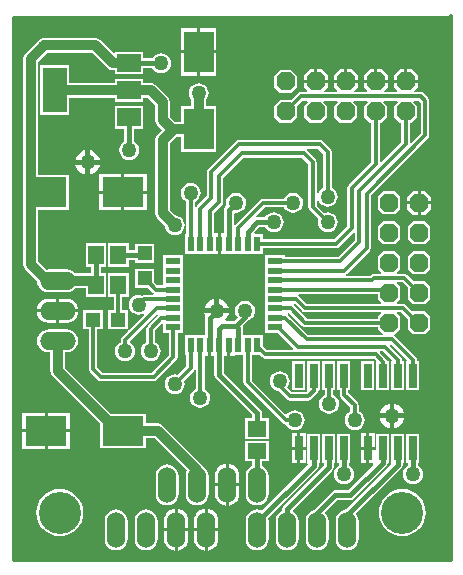
<source format=gtl>
%FSLAX44Y44*%
%MOMM*%
G71*
G01*
G75*
G04 Layer_Physical_Order=1*
G04 Layer_Color=255*
%ADD10R,1.6002X1.3208*%
%ADD11R,2.0066X3.8100*%
%ADD12R,2.0066X1.5240*%
%ADD13R,1.2192X1.2192*%
%ADD14R,0.6604X2.0320*%
%ADD15R,3.5052X2.5146*%
%ADD16R,1.2192X1.2192*%
%ADD17R,1.3208X1.6002*%
%ADD18R,2.5146X3.5052*%
%ADD19R,1.2700X0.5588*%
%ADD20R,0.5588X1.2700*%
%ADD21C,0.4060*%
%ADD22C,0.4064*%
%ADD23C,0.3048*%
%ADD24C,0.3050*%
%ADD25C,0.8128*%
%ADD26C,0.2540*%
%ADD27C,3.5560*%
G04:AMPARAMS|DCode=28|XSize=1.524mm|YSize=1.524mm|CornerRadius=0mm|HoleSize=0mm|Usage=FLASHONLY|Rotation=270.000|XOffset=0mm|YOffset=0mm|HoleType=Round|Shape=Octagon|*
%AMOCTAGOND28*
4,1,8,-0.3810,-0.7620,0.3810,-0.7620,0.7620,-0.3810,0.7620,0.3810,0.3810,0.7620,-0.3810,0.7620,-0.7620,0.3810,-0.7620,-0.3810,-0.3810,-0.7620,0.0*
%
%ADD28OCTAGOND28*%

%ADD29O,1.5240X3.0480*%
%ADD30O,3.0480X1.5240*%
G04:AMPARAMS|DCode=31|XSize=1.524mm|YSize=1.524mm|CornerRadius=0mm|HoleSize=0mm|Usage=FLASHONLY|Rotation=0.000|XOffset=0mm|YOffset=0mm|HoleType=Round|Shape=Octagon|*
%AMOCTAGOND31*
4,1,8,0.7620,-0.3810,0.7620,0.3810,0.3810,0.7620,-0.3810,0.7620,-0.7620,0.3810,-0.7620,-0.3810,-0.3810,-0.7620,0.3810,-0.7620,0.7620,-0.3810,0.0*
%
%ADD31OCTAGOND31*%

%ADD32C,1.2700*%
G36*
X370000Y-0D02*
X370000Y-0D01*
X-0D01*
X-0Y458730D01*
X1270Y460000D01*
X370000D01*
Y-0D01*
D02*
G37*
%LPC*%
G36*
X241011Y106946D02*
X236439D01*
Y95516D01*
X241011D01*
Y106946D01*
D02*
G37*
G36*
X48526Y107950D02*
X29730D01*
Y94107D01*
X48526D01*
Y107950D01*
D02*
G37*
G36*
X248123Y106946D02*
X243551D01*
Y95516D01*
X248123D01*
Y106946D01*
D02*
G37*
G36*
X306543D02*
X301971D01*
Y95516D01*
X306543D01*
Y106946D01*
D02*
G37*
G36*
X299431D02*
X294859D01*
Y95516D01*
X299431D01*
Y106946D01*
D02*
G37*
G36*
X27190Y107950D02*
X8394D01*
Y94107D01*
X27190D01*
Y107950D01*
D02*
G37*
G36*
X248123Y92976D02*
X243551D01*
Y81546D01*
X248123D01*
Y92976D01*
D02*
G37*
G36*
X241011D02*
X236439D01*
Y81546D01*
X241011D01*
Y92976D01*
D02*
G37*
G36*
X299431D02*
X294859D01*
Y81546D01*
X299431D01*
Y92976D01*
D02*
G37*
G36*
X318735Y106438D02*
X308067D01*
Y83802D01*
X307813Y83633D01*
X306543Y84312D01*
Y92976D01*
X301971D01*
Y81546D01*
X305030D01*
X305556Y80276D01*
X284034Y58754D01*
X273050D01*
X271464Y58438D01*
X270120Y57540D01*
X254880Y42300D01*
X254837Y42236D01*
X252942Y41451D01*
X250926Y39904D01*
X249379Y37888D01*
X248406Y35540D01*
X248075Y33020D01*
Y17780D01*
X248406Y15260D01*
X249379Y12912D01*
X250926Y10896D01*
X252942Y9349D01*
X255290Y8376D01*
X257810Y8045D01*
X260330Y8376D01*
X262678Y9349D01*
X264694Y10896D01*
X266241Y12912D01*
X267214Y15260D01*
X267545Y17780D01*
Y33020D01*
X267214Y35540D01*
X266241Y37888D01*
X264694Y39904D01*
X264664Y40364D01*
X274766Y50466D01*
X285750D01*
X287336Y50782D01*
X288680Y51680D01*
X316331Y79331D01*
X317229Y80675D01*
X317504Y82054D01*
X318735D01*
Y106438D01*
D02*
G37*
G36*
X331435D02*
X320767D01*
Y82054D01*
X320767Y82054D01*
X320767D01*
X320532Y80822D01*
X282353Y42642D01*
X280690Y42424D01*
X278342Y41451D01*
X276326Y39904D01*
X274779Y37888D01*
X273806Y35540D01*
X273475Y33020D01*
Y17780D01*
X273806Y15260D01*
X274779Y12912D01*
X276326Y10896D01*
X278342Y9349D01*
X280690Y8376D01*
X283210Y8045D01*
X285730Y8376D01*
X288078Y9349D01*
X290094Y10896D01*
X291641Y12912D01*
X292614Y15260D01*
X292945Y17780D01*
Y33020D01*
X292614Y35540D01*
X291641Y37888D01*
X290633Y39202D01*
X329031Y77600D01*
X329929Y78945D01*
X330245Y80530D01*
Y82054D01*
X331435D01*
Y106438D01*
D02*
G37*
G36*
X323342Y132156D02*
Y123952D01*
X331546D01*
X331456Y124639D01*
X330407Y127172D01*
X328737Y129347D01*
X326562Y131017D01*
X324029Y132066D01*
X323342Y132156D01*
D02*
G37*
G36*
X319278D02*
X318591Y132066D01*
X316058Y131017D01*
X313883Y129347D01*
X312213Y127172D01*
X311164Y124639D01*
X311074Y123952D01*
X319278D01*
Y132156D01*
D02*
G37*
G36*
X247615Y167906D02*
X236947D01*
Y143522D01*
X247615D01*
Y167906D01*
D02*
G37*
G36*
X260315D02*
X249647D01*
Y143522D01*
X249647Y143522D01*
X249647D01*
X249109Y142476D01*
X248688Y142056D01*
X236452D01*
X232610Y145897D01*
X233382Y146903D01*
X234226Y148942D01*
X234514Y151130D01*
X234226Y153318D01*
X233382Y155357D01*
X232038Y157108D01*
X230287Y158452D01*
X228248Y159296D01*
X226060Y159584D01*
X223872Y159296D01*
X221833Y158452D01*
X220082Y157108D01*
X218738Y155357D01*
X217894Y153318D01*
X217606Y151130D01*
X217894Y148942D01*
X218738Y146903D01*
X220082Y145152D01*
X221833Y143808D01*
X223872Y142964D01*
X225504Y142749D01*
X232386Y135866D01*
X232386Y135866D01*
X233563Y135080D01*
X234950Y134804D01*
X234950Y134804D01*
X250190D01*
X250190Y134804D01*
X251577Y135080D01*
X252754Y135866D01*
X257545Y140657D01*
X258331Y141833D01*
X258607Y143221D01*
X259817Y143522D01*
X260315D01*
Y167906D01*
D02*
G37*
G36*
X306035D02*
X295367D01*
Y143522D01*
X306035D01*
Y167906D01*
D02*
G37*
G36*
X273015D02*
X262347D01*
Y143522D01*
X264344D01*
Y139651D01*
X263743Y139402D01*
X261992Y138058D01*
X260648Y136307D01*
X259804Y134268D01*
X259516Y132080D01*
X259804Y129892D01*
X260648Y127853D01*
X261992Y126102D01*
X263743Y124758D01*
X265782Y123914D01*
X267970Y123626D01*
X270158Y123914D01*
X272197Y124758D01*
X273948Y126102D01*
X275292Y127853D01*
X276136Y129892D01*
X276424Y132080D01*
X276136Y134268D01*
X275292Y136307D01*
X273948Y138058D01*
X272197Y139402D01*
X271596Y139651D01*
Y143522D01*
X273015D01*
Y167906D01*
D02*
G37*
G36*
X27190Y124333D02*
X8394D01*
Y110490D01*
X27190D01*
Y124333D01*
D02*
G37*
G36*
X285715Y167906D02*
X275047D01*
Y143522D01*
X277044D01*
Y139700D01*
X277044Y139700D01*
X277320Y138313D01*
X278106Y137136D01*
X285934Y129308D01*
Y125681D01*
X285333Y125432D01*
X283582Y124088D01*
X282238Y122337D01*
X281394Y120298D01*
X281106Y118110D01*
X281394Y115922D01*
X282238Y113883D01*
X283582Y112132D01*
X285333Y110788D01*
X287372Y109944D01*
X289560Y109656D01*
X291748Y109944D01*
X293787Y110788D01*
X295538Y112132D01*
X296882Y113883D01*
X297726Y115922D01*
X298014Y118110D01*
X297726Y120298D01*
X296882Y122337D01*
X295538Y124088D01*
X293787Y125432D01*
X293186Y125681D01*
Y130810D01*
X293186Y130810D01*
X292910Y132198D01*
X292124Y133374D01*
X292124Y133374D01*
X284296Y141202D01*
Y143522D01*
X285715D01*
Y167906D01*
D02*
G37*
G36*
X48526Y124333D02*
X29730D01*
Y110490D01*
X48526D01*
Y124333D01*
D02*
G37*
G36*
X331546Y119888D02*
X323342D01*
Y111684D01*
X324029Y111774D01*
X326562Y112823D01*
X328737Y114493D01*
X330407Y116668D01*
X331456Y119201D01*
X331546Y119888D01*
D02*
G37*
G36*
X319278D02*
X311074D01*
X311164Y119201D01*
X312213Y116668D01*
X313883Y114493D01*
X316058Y112823D01*
X318591Y111774D01*
X319278Y111684D01*
Y119888D01*
D02*
G37*
G36*
X182880Y81201D02*
Y64770D01*
X191858D01*
Y71120D01*
X191509Y73772D01*
X190485Y76244D01*
X188856Y78366D01*
X186734Y79995D01*
X184262Y81018D01*
X182880Y81201D01*
D02*
G37*
G36*
X40000Y59908D02*
X36116Y59525D01*
X32382Y58393D01*
X28940Y56553D01*
X25923Y54077D01*
X23447Y51060D01*
X21607Y47618D01*
X20475Y43884D01*
X20092Y40000D01*
X20475Y36116D01*
X21607Y32382D01*
X23447Y28940D01*
X25923Y25923D01*
X28940Y23447D01*
X32382Y21607D01*
X36116Y20475D01*
X40000Y20092D01*
X43884Y20475D01*
X47618Y21607D01*
X51060Y23447D01*
X54077Y25923D01*
X56553Y28940D01*
X58393Y32382D01*
X59525Y36116D01*
X59908Y40000D01*
X59525Y43884D01*
X58393Y47618D01*
X56553Y51060D01*
X54077Y54077D01*
X51060Y56553D01*
X47618Y58393D01*
X43884Y59525D01*
X40000Y59908D01*
D02*
G37*
G36*
X273015Y106438D02*
X262347D01*
Y82054D01*
X263537D01*
Y80167D01*
X229480Y46110D01*
X228582Y44766D01*
X228266Y43180D01*
Y41751D01*
X227542Y41451D01*
X225526Y39904D01*
X223979Y37888D01*
X223006Y35540D01*
X222675Y33020D01*
Y17780D01*
X223006Y15260D01*
X223979Y12912D01*
X225526Y10896D01*
X227542Y9349D01*
X229890Y8376D01*
X232410Y8045D01*
X234930Y8376D01*
X237278Y9349D01*
X239294Y10896D01*
X240841Y12912D01*
X241814Y15260D01*
X242145Y17780D01*
Y33020D01*
X241814Y35540D01*
X240841Y37888D01*
X239294Y39904D01*
X237877Y40991D01*
X237655Y42565D01*
X270611Y75521D01*
X271509Y76865D01*
X271825Y78451D01*
Y82054D01*
X273015D01*
Y106438D01*
D02*
G37*
G36*
X330000Y59908D02*
X326116Y59525D01*
X322382Y58393D01*
X318940Y56553D01*
X315923Y54077D01*
X313447Y51060D01*
X311607Y47618D01*
X310475Y43884D01*
X310092Y40000D01*
X310475Y36116D01*
X311607Y32382D01*
X313447Y28940D01*
X315923Y25923D01*
X318940Y23447D01*
X322382Y21607D01*
X326116Y20475D01*
X330000Y20092D01*
X333884Y20475D01*
X337618Y21607D01*
X341060Y23447D01*
X344077Y25923D01*
X346553Y28940D01*
X348392Y32382D01*
X349525Y36116D01*
X349908Y40000D01*
X349525Y43884D01*
X348392Y47618D01*
X346553Y51060D01*
X344077Y54077D01*
X341060Y56553D01*
X337618Y58393D01*
X333884Y59525D01*
X330000Y59908D01*
D02*
G37*
G36*
X139700Y43101D02*
Y26670D01*
X148678D01*
Y33020D01*
X148329Y35672D01*
X147305Y38144D01*
X145676Y40266D01*
X143554Y41895D01*
X141082Y42919D01*
X139700Y43101D01*
D02*
G37*
G36*
X137160D02*
X135778Y42919D01*
X133306Y41895D01*
X131184Y40266D01*
X129555Y38144D01*
X128532Y35672D01*
X128182Y33020D01*
Y26670D01*
X137160D01*
Y43101D01*
D02*
G37*
G36*
X113030Y42755D02*
X110510Y42424D01*
X108162Y41451D01*
X106146Y39904D01*
X104599Y37888D01*
X103626Y35540D01*
X103295Y33020D01*
Y17780D01*
X103626Y15260D01*
X104599Y12912D01*
X106146Y10896D01*
X108162Y9349D01*
X110510Y8376D01*
X113030Y8045D01*
X115550Y8376D01*
X117898Y9349D01*
X119914Y10896D01*
X121461Y12912D01*
X122434Y15260D01*
X122765Y17780D01*
Y33020D01*
X122434Y35540D01*
X121461Y37888D01*
X119914Y39904D01*
X117898Y41451D01*
X115550Y42424D01*
X113030Y42755D01*
D02*
G37*
G36*
X148678Y24130D02*
X139700D01*
Y7699D01*
X141082Y7882D01*
X143554Y8905D01*
X145676Y10534D01*
X147305Y12656D01*
X148329Y15128D01*
X148678Y17780D01*
Y24130D01*
D02*
G37*
G36*
X137160D02*
X128182D01*
Y17780D01*
X128532Y15128D01*
X129555Y12656D01*
X131184Y10534D01*
X133306Y8905D01*
X135778Y7882D01*
X137160Y7699D01*
Y24130D01*
D02*
G37*
G36*
X162560D02*
X153582D01*
Y17780D01*
X153932Y15128D01*
X154955Y12656D01*
X156584Y10534D01*
X158706Y8905D01*
X161178Y7882D01*
X162560Y7699D01*
Y24130D01*
D02*
G37*
G36*
X87630Y42755D02*
X85110Y42424D01*
X82762Y41451D01*
X80746Y39904D01*
X79199Y37888D01*
X78226Y35540D01*
X77895Y33020D01*
Y17780D01*
X78226Y15260D01*
X79199Y12912D01*
X80746Y10896D01*
X82762Y9349D01*
X85110Y8376D01*
X87630Y8045D01*
X90150Y8376D01*
X92498Y9349D01*
X94514Y10896D01*
X96061Y12912D01*
X97034Y15260D01*
X97365Y17780D01*
Y33020D01*
X97034Y35540D01*
X96061Y37888D01*
X94514Y39904D01*
X92498Y41451D01*
X90150Y42424D01*
X87630Y42755D01*
D02*
G37*
G36*
X174078Y24130D02*
X165100D01*
Y7699D01*
X166482Y7882D01*
X168954Y8905D01*
X171076Y10534D01*
X172705Y12656D01*
X173729Y15128D01*
X174078Y17780D01*
Y24130D01*
D02*
G37*
G36*
X217043Y100584D02*
X196977D01*
Y83312D01*
X202866D01*
Y79851D01*
X202142Y79551D01*
X200126Y78004D01*
X198579Y75988D01*
X197606Y73640D01*
X197275Y71120D01*
Y55880D01*
X197606Y53360D01*
X198579Y51012D01*
X200126Y48996D01*
X202142Y47449D01*
X204490Y46476D01*
X207010Y46145D01*
X209530Y46476D01*
X211878Y47449D01*
X213894Y48996D01*
X215441Y51012D01*
X216414Y53360D01*
X216745Y55880D01*
Y71120D01*
X216414Y73640D01*
X215441Y75988D01*
X213894Y78004D01*
X211878Y79551D01*
X211154Y79851D01*
Y83312D01*
X217043D01*
Y100584D01*
D02*
G37*
G36*
X45720Y195155D02*
X30480D01*
X27960Y194824D01*
X25612Y193851D01*
X23596Y192304D01*
X22049Y190288D01*
X21076Y187940D01*
X20745Y185420D01*
X21076Y182900D01*
X22049Y180552D01*
X23596Y178536D01*
X25612Y176989D01*
X27960Y176016D01*
X30480Y175685D01*
X31885D01*
Y160020D01*
X32279Y158036D01*
X32358Y157641D01*
X33705Y155625D01*
X73914Y115416D01*
Y94615D01*
X113030D01*
Y103005D01*
X120616D01*
X147736Y75884D01*
X146806Y73640D01*
X146475Y71120D01*
Y55880D01*
X146806Y53360D01*
X147779Y51012D01*
X149326Y48996D01*
X151342Y47449D01*
X153690Y46476D01*
X156210Y46145D01*
X158730Y46476D01*
X161078Y47449D01*
X163094Y48996D01*
X164641Y51012D01*
X165614Y53360D01*
X165945Y55880D01*
Y71120D01*
X165614Y73640D01*
X164641Y75988D01*
X163094Y78004D01*
X161539Y79197D01*
X160605Y80595D01*
X127585Y113615D01*
X125569Y114962D01*
X125174Y115041D01*
X123190Y115435D01*
X113030D01*
Y123825D01*
X83085D01*
X44315Y162595D01*
Y175685D01*
X45720D01*
X48240Y176016D01*
X50588Y176989D01*
X52604Y178536D01*
X54151Y180552D01*
X55124Y182900D01*
X55455Y185420D01*
X55124Y187940D01*
X54151Y190288D01*
X52604Y192304D01*
X50588Y193851D01*
X48240Y194824D01*
X45720Y195155D01*
D02*
G37*
G36*
X285715Y106438D02*
X275047D01*
Y82054D01*
X276526D01*
Y79746D01*
X276443Y79712D01*
X274692Y78368D01*
X273348Y76617D01*
X272504Y74578D01*
X272216Y72390D01*
X272504Y70202D01*
X273348Y68163D01*
X274692Y66412D01*
X276443Y65068D01*
X278482Y64224D01*
X280670Y63936D01*
X282858Y64224D01*
X284897Y65068D01*
X286648Y66412D01*
X287992Y68163D01*
X288836Y70202D01*
X289124Y72390D01*
X288836Y74578D01*
X287992Y76617D01*
X286648Y78368D01*
X284897Y79712D01*
X284814Y79746D01*
Y82054D01*
X285715D01*
Y106438D01*
D02*
G37*
G36*
X180340Y81201D02*
X178958Y81018D01*
X176486Y79995D01*
X174364Y78366D01*
X172735Y76244D01*
X171712Y73772D01*
X171362Y71120D01*
Y64770D01*
X180340D01*
Y81201D01*
D02*
G37*
G36*
X344135Y106438D02*
X333467D01*
Y82054D01*
X334946D01*
Y79746D01*
X334863Y79712D01*
X333112Y78368D01*
X331768Y76617D01*
X330924Y74578D01*
X330636Y72390D01*
X330924Y70202D01*
X331768Y68163D01*
X333112Y66412D01*
X334863Y65068D01*
X336902Y64224D01*
X339090Y63936D01*
X341278Y64224D01*
X343317Y65068D01*
X345068Y66412D01*
X346412Y68163D01*
X347256Y70202D01*
X347544Y72390D01*
X347256Y74578D01*
X346412Y76617D01*
X345068Y78368D01*
X343317Y79712D01*
X343234Y79746D01*
Y82054D01*
X344135D01*
Y106438D01*
D02*
G37*
G36*
X130810Y80855D02*
X128290Y80524D01*
X125942Y79551D01*
X123926Y78004D01*
X122379Y75988D01*
X121406Y73640D01*
X121075Y71120D01*
Y55880D01*
X121406Y53360D01*
X122379Y51012D01*
X123926Y48996D01*
X125942Y47449D01*
X128290Y46476D01*
X130810Y46145D01*
X133330Y46476D01*
X135678Y47449D01*
X137694Y48996D01*
X139241Y51012D01*
X140214Y53360D01*
X140545Y55880D01*
Y71120D01*
X140214Y73640D01*
X139241Y75988D01*
X137694Y78004D01*
X135678Y79551D01*
X133330Y80524D01*
X130810Y80855D01*
D02*
G37*
G36*
X165100Y43101D02*
Y26670D01*
X174078D01*
Y33020D01*
X173729Y35672D01*
X172705Y38144D01*
X171076Y40266D01*
X168954Y41895D01*
X166482Y42919D01*
X165100Y43101D01*
D02*
G37*
G36*
X162560D02*
X161178Y42919D01*
X158706Y41895D01*
X156584Y40266D01*
X154955Y38144D01*
X153932Y35672D01*
X153582Y33020D01*
Y26670D01*
X162560D01*
Y43101D01*
D02*
G37*
G36*
X260315Y106438D02*
X249647D01*
Y82054D01*
X249658D01*
X250184Y80784D01*
X211152Y41752D01*
X209530Y42424D01*
X207010Y42755D01*
X204490Y42424D01*
X202142Y41451D01*
X200126Y39904D01*
X198579Y37888D01*
X197606Y35540D01*
X197275Y33020D01*
Y17780D01*
X197606Y15260D01*
X198579Y12912D01*
X200126Y10896D01*
X202142Y9349D01*
X204490Y8376D01*
X207010Y8045D01*
X209530Y8376D01*
X211878Y9349D01*
X213894Y10896D01*
X215441Y12912D01*
X216414Y15260D01*
X216745Y17780D01*
Y33020D01*
X216442Y35322D01*
X257911Y76791D01*
X258809Y78135D01*
X259125Y79721D01*
Y82054D01*
X260315D01*
Y106438D01*
D02*
G37*
G36*
X191858Y62230D02*
X182880D01*
Y45799D01*
X184262Y45981D01*
X186734Y47005D01*
X188856Y48634D01*
X190485Y50756D01*
X191509Y53228D01*
X191858Y55880D01*
Y62230D01*
D02*
G37*
G36*
X180340D02*
X171362D01*
Y55880D01*
X171712Y53228D01*
X172735Y50756D01*
X174364Y48634D01*
X176486Y47005D01*
X178958Y45981D01*
X180340Y45799D01*
Y62230D01*
D02*
G37*
G36*
X36830Y209550D02*
X20399D01*
X20582Y208168D01*
X21605Y205696D01*
X23234Y203574D01*
X25356Y201945D01*
X27828Y200921D01*
X30480Y200572D01*
X36830D01*
Y209550D01*
D02*
G37*
G36*
X235966Y414782D02*
X226314D01*
X221488Y409956D01*
Y400304D01*
X226314Y395478D01*
X235966D01*
X240792Y400304D01*
Y409956D01*
X235966Y414782D01*
D02*
G37*
G36*
X260350Y355416D02*
X260350Y355416D01*
X191770D01*
X191770Y355416D01*
X190382Y355140D01*
X189206Y354354D01*
X189206Y354354D01*
X165584Y330732D01*
X164798Y329556D01*
X164522Y328168D01*
X164522Y328168D01*
Y308080D01*
X156440Y299998D01*
X155772Y298997D01*
X155058Y299022D01*
X154502Y299208D01*
Y303325D01*
X155103Y303574D01*
X156854Y304918D01*
X158198Y306669D01*
X159042Y308708D01*
X159330Y310896D01*
X159042Y313084D01*
X158198Y315123D01*
X156854Y316874D01*
X155103Y318218D01*
X153064Y319062D01*
X150876Y319350D01*
X148688Y319062D01*
X146649Y318218D01*
X144898Y316874D01*
X143554Y315123D01*
X142710Y313084D01*
X142422Y310896D01*
X142710Y308708D01*
X143554Y306669D01*
X144898Y304918D01*
X146649Y303574D01*
X147250Y303325D01*
Y276098D01*
X146050D01*
Y259334D01*
X169672D01*
Y258826D01*
X173736D01*
Y267716D01*
Y276606D01*
X170504D01*
Y293646D01*
X177252Y300395D01*
X177252Y300395D01*
X178038Y301571D01*
X178314Y302959D01*
X178314Y302959D01*
Y323047D01*
X195812Y340544D01*
X244878D01*
X250374Y335048D01*
Y298450D01*
X250374Y298450D01*
X250650Y297062D01*
X251436Y295886D01*
X258783Y288540D01*
X258534Y287938D01*
X258246Y285750D01*
X258534Y283562D01*
X259378Y281523D01*
X260722Y279772D01*
X262473Y278428D01*
X264512Y277584D01*
X266700Y277296D01*
X268888Y277584D01*
X270927Y278428D01*
X272678Y279772D01*
X274022Y281523D01*
X274866Y283562D01*
X275154Y285750D01*
X274866Y287938D01*
X274022Y289977D01*
X272678Y291728D01*
X270927Y293072D01*
X268888Y293916D01*
X266700Y294204D01*
X264512Y293916D01*
X263910Y293667D01*
X257626Y299952D01*
Y304025D01*
X258896Y304278D01*
X259378Y303113D01*
X260722Y301362D01*
X262473Y300018D01*
X264512Y299174D01*
X266700Y298886D01*
X268888Y299174D01*
X270927Y300018D01*
X272678Y301362D01*
X274022Y303113D01*
X274866Y305152D01*
X275154Y307340D01*
X274866Y309528D01*
X274022Y311567D01*
X272678Y313318D01*
X270927Y314662D01*
X270326Y314911D01*
Y345440D01*
X270050Y346828D01*
X269735Y347299D01*
X269264Y348004D01*
X269264Y348004D01*
X262914Y354354D01*
X261737Y355140D01*
X260350Y355416D01*
D02*
G37*
G36*
X342900Y403860D02*
X322580D01*
Y400050D01*
X325401Y397229D01*
X324915Y396056D01*
X315165D01*
X314679Y397229D01*
X317500Y400050D01*
Y403860D01*
X297180D01*
Y400050D01*
X300001Y397229D01*
X299515Y396056D01*
X289765D01*
X289279Y397229D01*
X292100Y400050D01*
Y403860D01*
X271780D01*
Y400050D01*
X274601Y397229D01*
X274115Y396056D01*
X264365D01*
X263879Y397229D01*
X266700Y400050D01*
Y403860D01*
X246380D01*
Y400050D01*
X249201Y397229D01*
X248715Y396056D01*
X243840D01*
X243840Y396056D01*
X242453Y395780D01*
X241276Y394994D01*
X241276Y394994D01*
X235665Y389382D01*
X226314D01*
X221488Y384556D01*
Y374904D01*
X226314Y370078D01*
X235966D01*
X240792Y374904D01*
Y384254D01*
X245342Y388804D01*
X249477D01*
X249963Y387631D01*
X246888Y384556D01*
Y374904D01*
X251714Y370078D01*
X261366D01*
X266192Y374904D01*
Y384556D01*
X263117Y387631D01*
X263603Y388804D01*
X274877D01*
X275363Y387631D01*
X272288Y384556D01*
Y374904D01*
X277114Y370078D01*
X286766D01*
X291592Y374904D01*
Y384556D01*
X288517Y387631D01*
X289003Y388804D01*
X300277D01*
X300763Y387631D01*
X297688Y384556D01*
Y374904D01*
X302514Y370078D01*
X303714D01*
Y336782D01*
X284456Y317524D01*
X283670Y316348D01*
X283394Y314960D01*
X283394Y314960D01*
Y282172D01*
X272564Y271342D01*
X211896D01*
Y276098D01*
X204877D01*
X204391Y277271D01*
X208726Y281606D01*
X213624D01*
X213658Y281523D01*
X215002Y279772D01*
X216753Y278428D01*
X218792Y277584D01*
X220980Y277296D01*
X223168Y277584D01*
X225207Y278428D01*
X226958Y279772D01*
X228302Y281523D01*
X229146Y283562D01*
X229434Y285750D01*
X229146Y287938D01*
X228302Y289977D01*
X226958Y291728D01*
X225207Y293072D01*
X223168Y293916D01*
X220980Y294204D01*
X218792Y293916D01*
X216753Y293072D01*
X215002Y291728D01*
X213658Y289977D01*
X213624Y289894D01*
X207010D01*
X206557Y289804D01*
X205931Y290974D01*
X213592Y298634D01*
X229919D01*
X230168Y298033D01*
X231512Y296282D01*
X233263Y294938D01*
X235302Y294094D01*
X237490Y293806D01*
X239678Y294094D01*
X241717Y294938D01*
X243468Y296282D01*
X244812Y298033D01*
X245656Y300072D01*
X245944Y302260D01*
X245656Y304448D01*
X244812Y306487D01*
X243468Y308238D01*
X241717Y309582D01*
X239678Y310426D01*
X237490Y310714D01*
X235302Y310426D01*
X233263Y309582D01*
X231512Y308238D01*
X230168Y306487D01*
X229919Y305886D01*
X212090D01*
X212090Y305886D01*
X210702Y305610D01*
X210231Y305295D01*
X209526Y304824D01*
X209526Y304824D01*
X188506Y283804D01*
X188484Y283770D01*
X187214Y284155D01*
Y293108D01*
X188169Y293945D01*
X189230Y293806D01*
X191418Y294094D01*
X193457Y294938D01*
X195208Y296282D01*
X196552Y298033D01*
X197396Y300072D01*
X197684Y302260D01*
X197396Y304448D01*
X196552Y306487D01*
X195208Y308238D01*
X193457Y309582D01*
X191418Y310426D01*
X189230Y310714D01*
X187042Y310426D01*
X185003Y309582D01*
X183252Y308238D01*
X181908Y306487D01*
X181064Y304448D01*
X180776Y302260D01*
X181064Y300072D01*
X181098Y299988D01*
X180140Y299030D01*
X179242Y297686D01*
X178926Y296100D01*
Y276606D01*
X176276D01*
Y267716D01*
Y258826D01*
X180340D01*
Y259334D01*
X211896D01*
Y264090D01*
X274066D01*
X274066Y264090D01*
X275453Y264366D01*
X276630Y265152D01*
X288474Y276997D01*
X289744Y276471D01*
Y270742D01*
X275612Y256610D01*
X230378D01*
Y257810D01*
X213614D01*
Y248158D01*
Y240030D01*
Y232156D01*
Y224028D01*
Y215964D01*
Y207964D01*
Y199964D01*
Y191964D01*
X224548D01*
X237627Y178886D01*
X237101Y177616D01*
X215630D01*
X211896Y181350D01*
Y190246D01*
X195214D01*
Y196150D01*
X194898Y197736D01*
X194768Y197931D01*
X199778Y202941D01*
X199796Y202968D01*
X201077Y203498D01*
X202828Y204842D01*
X204172Y206593D01*
X205016Y208632D01*
X205304Y210820D01*
X205016Y213008D01*
X204172Y215047D01*
X202828Y216798D01*
X201077Y218142D01*
X199038Y218986D01*
X196850Y219274D01*
X194662Y218986D01*
X192623Y218142D01*
X190872Y216798D01*
X189528Y215047D01*
X188684Y213008D01*
X188396Y210820D01*
X188684Y208632D01*
X189528Y206593D01*
X190478Y205355D01*
X187386Y202264D01*
X180539D01*
X180256Y203534D01*
X181817Y205568D01*
X182866Y208101D01*
X182956Y208788D01*
X162484D01*
X162574Y208101D01*
X163149Y206713D01*
X163050Y206564D01*
X162734Y204978D01*
Y190754D01*
X161544D01*
Y190246D01*
X146050D01*
Y173482D01*
X147250D01*
Y163808D01*
X139950Y156507D01*
X139348Y156756D01*
X137160Y157044D01*
X134972Y156756D01*
X132933Y155912D01*
X131182Y154568D01*
X129838Y152817D01*
X128994Y150778D01*
X128706Y148590D01*
X128994Y146402D01*
X129838Y144363D01*
X131182Y142612D01*
X132933Y141268D01*
X134972Y140424D01*
X137160Y140136D01*
X139348Y140424D01*
X141387Y141268D01*
X143138Y142612D01*
X144482Y144363D01*
X145326Y146402D01*
X145614Y148590D01*
X145326Y150778D01*
X145077Y151380D01*
X153440Y159742D01*
X153440Y159742D01*
X153911Y160447D01*
X154108Y160743D01*
X154822Y160718D01*
X155378Y160532D01*
Y144836D01*
X154523Y144482D01*
X152772Y143138D01*
X151428Y141387D01*
X150584Y139348D01*
X150296Y137160D01*
X150584Y134972D01*
X151428Y132933D01*
X152772Y131182D01*
X154523Y129838D01*
X156562Y128994D01*
X158750Y128706D01*
X160938Y128994D01*
X162977Y129838D01*
X164728Y131182D01*
X166072Y132933D01*
X166916Y134972D01*
X167204Y137160D01*
X166916Y139348D01*
X166072Y141387D01*
X164728Y143138D01*
X162977Y144482D01*
X162630Y144626D01*
Y172974D01*
X165608D01*
Y181864D01*
X168148D01*
Y172974D01*
X170862D01*
Y156464D01*
X171178Y154878D01*
X172076Y153534D01*
X202866Y122744D01*
Y119736D01*
X196977D01*
Y102464D01*
X217043D01*
Y119736D01*
X211154D01*
Y124460D01*
X210838Y126046D01*
X209940Y127390D01*
X179150Y158180D01*
Y172974D01*
X181800D01*
Y181864D01*
X184340D01*
Y172974D01*
X188404D01*
Y173482D01*
X195444D01*
Y150180D01*
X195444Y150180D01*
X195720Y148792D01*
X196506Y147616D01*
X228576Y115546D01*
X228576Y115546D01*
X229281Y115075D01*
X229753Y114760D01*
X231140Y114484D01*
X231189D01*
X231438Y113883D01*
X232782Y112132D01*
X234533Y110788D01*
X236572Y109944D01*
X238760Y109656D01*
X240948Y109944D01*
X242987Y110788D01*
X244738Y112132D01*
X246082Y113883D01*
X246926Y115922D01*
X247214Y118110D01*
X246926Y120298D01*
X246082Y122337D01*
X244738Y124088D01*
X242987Y125432D01*
X240948Y126276D01*
X238760Y126564D01*
X236572Y126276D01*
X234533Y125432D01*
X232782Y124088D01*
X232286Y123442D01*
X231019Y123359D01*
X202696Y151682D01*
Y173482D01*
X209509D01*
X211564Y171426D01*
X211564Y171426D01*
X212741Y170640D01*
X214128Y170364D01*
X305838D01*
X307359Y168843D01*
X308067Y167906D01*
X308067D01*
X308067Y167906D01*
Y143522D01*
X318735D01*
Y167906D01*
X317263D01*
X317040Y169028D01*
X316725Y169499D01*
X316254Y170204D01*
X316254Y170204D01*
X311013Y175444D01*
X311539Y176714D01*
X313458D01*
X321143Y169030D01*
X320767Y167906D01*
X320767D01*
X320767Y167906D01*
Y143522D01*
X331435D01*
Y167906D01*
X329727D01*
Y169199D01*
X329451Y170587D01*
X329136Y171058D01*
X328665Y171763D01*
X328665Y171763D01*
X319323Y181105D01*
X319762Y182461D01*
X320321Y182551D01*
X333843Y169030D01*
X333467Y167906D01*
X333467D01*
X333467Y167906D01*
Y143522D01*
X344135D01*
Y167906D01*
X342427D01*
Y169199D01*
X342427Y169199D01*
X342151Y170586D01*
X341365Y171763D01*
X341365Y171763D01*
X323874Y189254D01*
X323149Y189738D01*
X323534Y191008D01*
X323596D01*
X328422Y195834D01*
Y205486D01*
X325347Y208561D01*
X325833Y209734D01*
X328698D01*
X334518Y203915D01*
Y195834D01*
X339344Y191008D01*
X348996D01*
X353822Y195834D01*
Y205486D01*
X348996Y210312D01*
X339344D01*
X338376D01*
X332764Y215924D01*
X331587Y216710D01*
X330200Y216986D01*
X330200Y216986D01*
X325833D01*
X325347Y218159D01*
X328422Y221234D01*
Y230886D01*
X325347Y233961D01*
X325833Y235134D01*
X329968D01*
X334518Y230585D01*
Y221234D01*
X339344Y216408D01*
X348996D01*
X353822Y221234D01*
Y230886D01*
X348996Y235712D01*
X339646D01*
X334034Y241324D01*
X332858Y242110D01*
X331470Y242386D01*
X331470Y242386D01*
X325833D01*
X325347Y243559D01*
X328422Y246634D01*
Y256286D01*
X323596Y261112D01*
X313944D01*
X309118Y256286D01*
Y246634D01*
X312193Y243559D01*
X311707Y242386D01*
X306070D01*
X306070Y242386D01*
X304683Y242110D01*
X303506Y241324D01*
X302790Y240608D01*
X282745D01*
X282359Y241878D01*
X282980Y242292D01*
X302284Y261596D01*
X302284Y261596D01*
X302755Y262301D01*
X303070Y262773D01*
X303346Y264160D01*
Y308378D01*
X351814Y356846D01*
X351814Y356846D01*
X352285Y357551D01*
X352600Y358022D01*
X352876Y359410D01*
Y388620D01*
X352876Y388620D01*
X352600Y390008D01*
X351814Y391184D01*
X348004Y394994D01*
X346828Y395780D01*
X345440Y396056D01*
X345440Y396056D01*
X340565D01*
X340079Y397229D01*
X342900Y400050D01*
Y403860D01*
D02*
G37*
G36*
X261620Y415290D02*
X257810D01*
Y406400D01*
X266700D01*
Y410210D01*
X261620Y415290D01*
D02*
G37*
G36*
X255270D02*
X251460D01*
X246380Y410210D01*
Y406400D01*
X255270D01*
Y415290D01*
D02*
G37*
G36*
X47625Y418592D02*
X23495D01*
Y376428D01*
X47625D01*
Y391295D01*
X86745D01*
Y387858D01*
X110875D01*
Y391295D01*
X114265D01*
X120785Y384776D01*
Y372110D01*
X121179Y370126D01*
X121258Y369731D01*
X122605Y367715D01*
X126465Y363855D01*
X122605Y359995D01*
X121258Y357979D01*
X121179Y357584D01*
X120785Y355600D01*
Y293370D01*
X121179Y291386D01*
X121258Y290991D01*
X122605Y288975D01*
X128757Y282824D01*
X128994Y281022D01*
X129838Y278983D01*
X131182Y277232D01*
X132933Y275888D01*
X134972Y275044D01*
X137160Y274756D01*
X139348Y275044D01*
X141387Y275888D01*
X143138Y277232D01*
X144482Y278983D01*
X145326Y281022D01*
X145614Y283210D01*
X145326Y285398D01*
X144482Y287437D01*
X143138Y289188D01*
X141387Y290532D01*
X139348Y291376D01*
X137547Y291614D01*
X133215Y295944D01*
Y353026D01*
X138464Y358275D01*
X142875D01*
Y345440D01*
X172085D01*
Y384556D01*
X163695D01*
Y389301D01*
X164802Y390743D01*
X165646Y392782D01*
X165934Y394970D01*
X165646Y397158D01*
X164802Y399197D01*
X163458Y400948D01*
X161707Y402292D01*
X159668Y403136D01*
X157480Y403424D01*
X155292Y403136D01*
X153253Y402292D01*
X151502Y400948D01*
X150158Y399197D01*
X149314Y397158D01*
X149026Y394970D01*
X149314Y392782D01*
X150158Y390743D01*
X151265Y389301D01*
Y384556D01*
X142875D01*
Y370705D01*
X137194D01*
X133215Y374684D01*
Y387350D01*
X132742Y389729D01*
X132295Y390398D01*
X131395Y391745D01*
X121235Y401905D01*
X119219Y403252D01*
X118824Y403331D01*
X116840Y403725D01*
X110875D01*
Y407162D01*
X86745D01*
Y403725D01*
X47625D01*
Y418592D01*
D02*
G37*
G36*
X73736Y334518D02*
X65532D01*
Y326314D01*
X66219Y326404D01*
X68752Y327453D01*
X70927Y329123D01*
X72597Y331298D01*
X73646Y333831D01*
X73736Y334518D01*
D02*
G37*
G36*
X61468D02*
X53264D01*
X53354Y333831D01*
X54403Y331298D01*
X56073Y329123D01*
X58248Y327453D01*
X60781Y326404D01*
X61468Y326314D01*
Y334518D01*
D02*
G37*
G36*
X110875Y384162D02*
X86745D01*
Y364858D01*
X94666D01*
Y354316D01*
X94583Y354282D01*
X92832Y352938D01*
X91488Y351187D01*
X90644Y349148D01*
X90356Y346960D01*
X90644Y344772D01*
X91488Y342733D01*
X92832Y340982D01*
X94583Y339638D01*
X96622Y338794D01*
X98810Y338506D01*
X100998Y338794D01*
X103037Y339638D01*
X104788Y340982D01*
X106132Y342733D01*
X106976Y344772D01*
X107264Y346960D01*
X106976Y349148D01*
X106132Y351187D01*
X104788Y352938D01*
X103037Y354282D01*
X102954Y354316D01*
Y364858D01*
X110875D01*
Y384162D01*
D02*
G37*
G36*
X65532Y346786D02*
Y338582D01*
X73736D01*
X73646Y339269D01*
X72597Y341802D01*
X70927Y343977D01*
X68752Y345647D01*
X66219Y346696D01*
X65532Y346786D01*
D02*
G37*
G36*
X61468D02*
X60781Y346696D01*
X58248Y345647D01*
X56073Y343977D01*
X54403Y341802D01*
X53354Y339269D01*
X53264Y338582D01*
X61468D01*
Y346786D01*
D02*
G37*
G36*
X172593Y428740D02*
X158750D01*
Y409944D01*
X172593D01*
Y428740D01*
D02*
G37*
G36*
X156210D02*
X142367D01*
Y409944D01*
X156210D01*
Y428740D01*
D02*
G37*
G36*
X69850Y441825D02*
X26670D01*
X24686Y441431D01*
X24291Y441352D01*
X22275Y440005D01*
X10845Y428575D01*
X9498Y426559D01*
X9419Y426164D01*
X9025Y424180D01*
Y325755D01*
X8890D01*
Y296545D01*
X9025D01*
Y250190D01*
X9419Y248206D01*
X9498Y247811D01*
X10845Y245795D01*
X20794Y235846D01*
X21076Y233700D01*
X22049Y231352D01*
X23596Y229336D01*
X25612Y227789D01*
X27960Y226816D01*
X30480Y226485D01*
X45720D01*
X48240Y226816D01*
X50588Y227789D01*
X52604Y229336D01*
X53117Y230005D01*
X61874D01*
Y222377D01*
X79146D01*
Y242443D01*
X74654D01*
Y247777D01*
X79146D01*
Y267843D01*
X61874D01*
Y247777D01*
X66366D01*
Y242443D01*
X61874D01*
Y242435D01*
X53117D01*
X52604Y243104D01*
X50588Y244651D01*
X48240Y245624D01*
X45720Y245955D01*
X30480D01*
X28522Y245698D01*
X21455Y252764D01*
Y296545D01*
X48006D01*
Y325755D01*
X21455D01*
Y421605D01*
X29244Y429395D01*
X67276D01*
X80441Y416229D01*
X82457Y414882D01*
X82852Y414803D01*
X84836Y414409D01*
X86745D01*
Y410972D01*
X110875D01*
Y416226D01*
X118374D01*
X118408Y416143D01*
X119752Y414392D01*
X121503Y413048D01*
X123542Y412204D01*
X125730Y411916D01*
X127918Y412204D01*
X129957Y413048D01*
X131708Y414392D01*
X133052Y416143D01*
X133896Y418182D01*
X134184Y420370D01*
X133896Y422558D01*
X133052Y424597D01*
X131708Y426348D01*
X129957Y427692D01*
X127918Y428536D01*
X125730Y428824D01*
X123542Y428536D01*
X121503Y427692D01*
X119752Y426348D01*
X118408Y424597D01*
X118374Y424514D01*
X110875D01*
Y430276D01*
X86745D01*
Y429164D01*
X85572Y428678D01*
X74245Y440005D01*
X72229Y441352D01*
X71834Y441431D01*
X69850Y441825D01*
D02*
G37*
G36*
X172593Y450076D02*
X158750D01*
Y431280D01*
X172593D01*
Y450076D01*
D02*
G37*
G36*
X156210D02*
X142367D01*
Y431280D01*
X156210D01*
Y450076D01*
D02*
G37*
G36*
X337820Y415290D02*
X334010D01*
Y406400D01*
X342900D01*
Y410210D01*
X337820Y415290D01*
D02*
G37*
G36*
X287020D02*
X283210D01*
Y406400D01*
X292100D01*
Y410210D01*
X287020Y415290D01*
D02*
G37*
G36*
X280670D02*
X276860D01*
X271780Y410210D01*
Y406400D01*
X280670D01*
Y415290D01*
D02*
G37*
G36*
X306070D02*
X302260D01*
X297180Y410210D01*
Y406400D01*
X306070D01*
Y415290D01*
D02*
G37*
G36*
X331470D02*
X327660D01*
X322580Y410210D01*
Y406400D01*
X331470D01*
Y415290D01*
D02*
G37*
G36*
X312420D02*
X308610D01*
Y406400D01*
X317500D01*
Y410210D01*
X312420Y415290D01*
D02*
G37*
G36*
X113526Y326263D02*
X94730D01*
Y312420D01*
X113526D01*
Y326263D01*
D02*
G37*
G36*
X348996Y261112D02*
X339344D01*
X334518Y256286D01*
Y246634D01*
X339344Y241808D01*
X348996D01*
X353822Y246634D01*
Y256286D01*
X348996Y261112D01*
D02*
G37*
G36*
X144526Y257810D02*
X127762D01*
Y248158D01*
Y240030D01*
Y232480D01*
X122660D01*
X119888Y235252D01*
Y246380D01*
X103632D01*
Y230124D01*
X114761D01*
X118594Y226290D01*
X119498Y225687D01*
X119224Y224417D01*
X111570D01*
X110182Y224141D01*
X109611Y223759D01*
X108868Y224066D01*
X106680Y224354D01*
X104492Y224066D01*
X102453Y223222D01*
X100702Y221878D01*
X99358Y220127D01*
X98514Y218088D01*
X98226Y215900D01*
X98514Y213712D01*
X99358Y211673D01*
X100702Y209922D01*
X102453Y208578D01*
X104492Y207734D01*
X106680Y207446D01*
X108868Y207734D01*
X110907Y208578D01*
X111534Y207532D01*
X98329Y194327D01*
X97796Y194790D01*
X97577Y194980D01*
X97493Y195053D01*
X97442Y195098D01*
X97368Y196070D01*
X97368Y196305D01*
Y196339D01*
Y196339D01*
Y211328D01*
X92866D01*
Y222377D01*
X98298D01*
Y242443D01*
X81026D01*
Y222377D01*
X85614D01*
Y211328D01*
X81112D01*
Y195072D01*
X96101D01*
X96101D01*
X96135D01*
X96370Y195072D01*
X97343Y194998D01*
X97387Y194947D01*
X97460Y194863D01*
X97650Y194644D01*
X98113Y194111D01*
X92686Y188684D01*
X91900Y187507D01*
X91624Y186120D01*
X91624Y186120D01*
Y184101D01*
X91023Y183852D01*
X89272Y182508D01*
X87928Y180757D01*
X87084Y178718D01*
X86796Y176530D01*
X87084Y174342D01*
X87928Y172303D01*
X89272Y170552D01*
X91023Y169208D01*
X93062Y168364D01*
X95250Y168076D01*
X97438Y168364D01*
X99477Y169208D01*
X101228Y170552D01*
X102572Y172303D01*
X103416Y174342D01*
X103704Y176530D01*
X103416Y178718D01*
X102572Y180757D01*
X101228Y182508D01*
X99692Y183687D01*
X99480Y184580D01*
X99482Y185224D01*
X122778Y208521D01*
X122901Y208490D01*
X123109Y208086D01*
X123231Y207098D01*
X114276Y198144D01*
X113490Y196968D01*
X113214Y195580D01*
X113214Y195580D01*
Y184101D01*
X112613Y183852D01*
X110862Y182508D01*
X109518Y180757D01*
X108674Y178718D01*
X108386Y176530D01*
X108674Y174342D01*
X109518Y172303D01*
X110862Y170552D01*
X112613Y169208D01*
X114652Y168364D01*
X116840Y168076D01*
X119028Y168364D01*
X121067Y169208D01*
X122818Y170552D01*
X124162Y172303D01*
X125006Y174342D01*
X125294Y176530D01*
X125006Y178718D01*
X124162Y180757D01*
X122818Y182508D01*
X121067Y183852D01*
X120466Y184101D01*
Y194078D01*
X126492Y200105D01*
X126852Y200065D01*
X127762Y199578D01*
Y191964D01*
X132458D01*
Y173146D01*
X117878Y158566D01*
X76432D01*
X71698Y163300D01*
Y195072D01*
X76200D01*
Y211328D01*
X59944D01*
Y195072D01*
X64446D01*
Y161798D01*
X64446Y161798D01*
X64722Y160410D01*
X65508Y159234D01*
X72366Y152376D01*
X72366Y152376D01*
X73542Y151590D01*
X74930Y151314D01*
X74930Y151314D01*
X119380D01*
X119380Y151314D01*
X120767Y151590D01*
X121944Y152376D01*
X138648Y169080D01*
X138648Y169080D01*
X139434Y170257D01*
X139710Y171644D01*
X139710Y171644D01*
Y191964D01*
X144526D01*
Y199964D01*
Y207964D01*
Y215964D01*
Y224028D01*
Y232156D01*
Y240030D01*
Y248158D01*
Y257810D01*
D02*
G37*
G36*
X98298Y267843D02*
X81026D01*
Y247777D01*
X98298D01*
Y253666D01*
X103632D01*
Y251292D01*
X119888D01*
Y267548D01*
X103632D01*
Y261954D01*
X98298D01*
Y267843D01*
D02*
G37*
G36*
X348996Y286512D02*
X339344D01*
X334518Y281686D01*
Y272034D01*
X339344Y267208D01*
X348996D01*
X353822Y272034D01*
Y281686D01*
X348996Y286512D01*
D02*
G37*
G36*
X323596D02*
X313944D01*
X309118Y281686D01*
Y272034D01*
X313944Y267208D01*
X323596D01*
X328422Y272034D01*
Y281686D01*
X323596Y286512D01*
D02*
G37*
G36*
X36830Y221068D02*
X30480D01*
X27828Y220718D01*
X25356Y219695D01*
X23234Y218066D01*
X21605Y215944D01*
X20582Y213472D01*
X20399Y212090D01*
X36830D01*
Y221068D01*
D02*
G37*
G36*
X55800Y209550D02*
X39370D01*
Y200572D01*
X45720D01*
X48372Y200921D01*
X50844Y201945D01*
X52966Y203574D01*
X54595Y205696D01*
X55619Y208168D01*
X55800Y209550D01*
D02*
G37*
G36*
X45720Y221068D02*
X39370D01*
Y212090D01*
X55800D01*
X55619Y213472D01*
X54595Y215944D01*
X52966Y218066D01*
X50844Y219695D01*
X48372Y220718D01*
X45720Y221068D01*
D02*
G37*
G36*
X174752Y221056D02*
Y212852D01*
X182956D01*
X182866Y213539D01*
X181817Y216072D01*
X180147Y218247D01*
X177972Y219917D01*
X175439Y220966D01*
X174752Y221056D01*
D02*
G37*
G36*
X170688D02*
X170001Y220966D01*
X167468Y219917D01*
X165293Y218247D01*
X163623Y216072D01*
X162574Y213539D01*
X162484Y212852D01*
X170688D01*
Y221056D01*
D02*
G37*
G36*
X342900Y300990D02*
X334010D01*
Y297180D01*
X339090Y292100D01*
X342900D01*
Y300990D01*
D02*
G37*
G36*
Y312420D02*
X339090D01*
X334010Y307340D01*
Y303530D01*
X342900D01*
Y312420D01*
D02*
G37*
G36*
X113526Y309880D02*
X94730D01*
Y296037D01*
X113526D01*
Y309880D01*
D02*
G37*
G36*
X92190Y326263D02*
X73394D01*
Y312420D01*
X92190D01*
Y326263D01*
D02*
G37*
G36*
X349250Y312420D02*
X345440D01*
Y303530D01*
X354330D01*
Y307340D01*
X349250Y312420D01*
D02*
G37*
G36*
X354330Y300990D02*
X345440D01*
Y292100D01*
X349250D01*
X354330Y297180D01*
Y300990D01*
D02*
G37*
G36*
X323596Y311912D02*
X313944D01*
X309118Y307086D01*
Y297434D01*
X313944Y292608D01*
X323596D01*
X328422Y297434D01*
Y307086D01*
X323596Y311912D01*
D02*
G37*
G36*
X92190Y309880D02*
X73394D01*
Y296037D01*
X92190D01*
Y309880D01*
D02*
G37*
%LPD*%
G36*
X245086Y210796D02*
X245086Y210796D01*
X246262Y210010D01*
X247650Y209734D01*
X247650Y209734D01*
X311707D01*
X312193Y208561D01*
X309118Y205486D01*
Y204286D01*
X249152D01*
X238084Y215354D01*
X237682Y215622D01*
X238018Y216925D01*
X238852Y217030D01*
X245086Y210796D01*
D02*
G37*
G36*
Y198096D02*
X245086Y198096D01*
X245791Y197625D01*
X246262Y197310D01*
X247650Y197034D01*
X309118D01*
Y195834D01*
X313366Y191586D01*
X312840Y190316D01*
X250422D01*
X233384Y207354D01*
X232983Y207622D01*
X233318Y208925D01*
X234152Y209030D01*
X245086Y198096D01*
D02*
G37*
G36*
X263074Y343938D02*
Y314911D01*
X262473Y314662D01*
X260722Y313318D01*
X259378Y311567D01*
X258896Y310402D01*
X257626Y310655D01*
Y336550D01*
X257626Y336550D01*
X257350Y337938D01*
X256564Y339114D01*
X256564Y339114D01*
X248944Y346734D01*
X248703Y346894D01*
X249089Y348164D01*
X258848D01*
X263074Y343938D01*
D02*
G37*
G36*
X309118Y221234D02*
X312193Y218159D01*
X311707Y216986D01*
X249152D01*
X242784Y223354D01*
X241879Y223958D01*
X242149Y225228D01*
X309118D01*
Y221234D01*
D02*
G37*
G36*
X345624Y387118D02*
Y360912D01*
X337636Y352923D01*
X336366Y353449D01*
Y370078D01*
X337566D01*
X342392Y374904D01*
Y384556D01*
X339317Y387631D01*
X339803Y388804D01*
X343938D01*
X345624Y387118D01*
D02*
G37*
G36*
X326163Y387631D02*
X323088Y384556D01*
Y374904D01*
X327914Y370078D01*
X329114D01*
Y353292D01*
X312236Y336413D01*
X310966Y336939D01*
Y370078D01*
X312166D01*
X316992Y374904D01*
Y384556D01*
X313917Y387631D01*
X314403Y388804D01*
X325677D01*
X326163Y387631D01*
D02*
G37*
D10*
X207010Y91948D02*
D03*
Y111100D02*
D03*
D11*
X35560Y397510D02*
D03*
D12*
X98810Y420624D02*
D03*
Y397510D02*
D03*
Y374510D02*
D03*
D13*
X111760Y259420D02*
D03*
Y238252D02*
D03*
D14*
X338801Y155714D02*
D03*
Y94246D02*
D03*
X326101Y155714D02*
D03*
X313401D02*
D03*
X326101Y94246D02*
D03*
X313401D02*
D03*
X300701Y155714D02*
D03*
Y94246D02*
D03*
X280381Y155714D02*
D03*
Y94246D02*
D03*
X267681Y155714D02*
D03*
X254981D02*
D03*
X267681Y94246D02*
D03*
X254981D02*
D03*
X242281Y155714D02*
D03*
Y94246D02*
D03*
D15*
X93472Y109220D02*
D03*
X28460D02*
D03*
X28448Y311150D02*
D03*
X93460D02*
D03*
D16*
X89240Y203200D02*
D03*
X68072D02*
D03*
D17*
X89662Y232410D02*
D03*
X70510D02*
D03*
X89662Y257810D02*
D03*
X70510D02*
D03*
D18*
X157480Y364998D02*
D03*
Y430010D02*
D03*
D19*
X136144Y196790D02*
D03*
Y204790D02*
D03*
Y212790D02*
D03*
Y220790D02*
D03*
Y228854D02*
D03*
Y236982D02*
D03*
Y244856D02*
D03*
Y252984D02*
D03*
X221996D02*
D03*
Y244856D02*
D03*
Y236982D02*
D03*
Y228854D02*
D03*
Y220790D02*
D03*
Y212790D02*
D03*
Y204790D02*
D03*
Y196790D02*
D03*
D20*
X150876Y267716D02*
D03*
X159004D02*
D03*
X166878D02*
D03*
X175006D02*
D03*
X183070D02*
D03*
X191070D02*
D03*
X199070D02*
D03*
X207070D02*
D03*
Y181864D02*
D03*
X199070D02*
D03*
X191070D02*
D03*
X183070D02*
D03*
X175006D02*
D03*
X166878D02*
D03*
X159004D02*
D03*
X150876D02*
D03*
D21*
X189100Y198120D02*
X196850Y205870D01*
Y210820D01*
D22*
X166878Y204978D02*
X172720Y210820D01*
X166878Y181864D02*
Y204978D01*
X189100Y198120D02*
X191070Y196150D01*
Y181864D02*
Y196150D01*
X175006Y195834D02*
X177292Y198120D01*
X175006Y181864D02*
Y195834D01*
X177292Y198120D02*
X189100D01*
X183070Y296100D02*
X189230Y302260D01*
X183070Y267716D02*
Y296100D01*
X199070Y277810D02*
X207010Y285750D01*
X199070Y267716D02*
Y277810D01*
X207010Y285750D02*
X220980D01*
X207010Y111100D02*
Y124460D01*
X175006Y156464D02*
X207010Y124460D01*
X175006Y156464D02*
Y181864D01*
X98810Y346960D02*
Y374510D01*
X339090Y72390D02*
Y93957D01*
X338801Y94246D02*
X339090Y93957D01*
X280670Y72390D02*
Y93957D01*
X280381Y94246D02*
X280670Y93957D01*
X89662Y257810D02*
X110150D01*
X70510Y232410D02*
Y257810D01*
X326101Y80530D02*
Y94246D01*
X254981Y79721D02*
Y94246D01*
X257810Y25400D02*
Y39370D01*
X283210Y37639D02*
X326101Y80530D01*
X207010Y25400D02*
Y31750D01*
X254981Y79721D01*
X283210Y25400D02*
Y37639D01*
X257810Y39370D02*
X273050Y54610D01*
X285750D01*
X313401Y82261D01*
Y94246D01*
X232410Y25400D02*
Y43180D01*
X267681Y78451D01*
Y94246D01*
X207010Y63500D02*
Y91948D01*
X183070Y178054D02*
Y181864D01*
X99064Y420370D02*
X125730D01*
D23*
X191070Y281240D02*
X212090Y302260D01*
X191070Y267716D02*
Y281240D01*
X212090Y302260D02*
X237490D01*
X254000Y298450D02*
Y336550D01*
X246380Y344170D02*
X254000Y336550D01*
X194310Y344170D02*
X246380D01*
X174688Y324548D02*
X194310Y344170D01*
X174688Y302959D02*
Y324548D01*
X166878Y295148D02*
X174688Y302959D01*
X166878Y267716D02*
Y295148D01*
X191770Y351790D02*
X260350D01*
X168148Y328168D02*
X191770Y351790D01*
X168148Y306578D02*
Y328168D01*
X266700Y307340D02*
Y345440D01*
X260350Y351790D02*
X266700Y345440D01*
X159004Y297434D02*
X168148Y306578D01*
X159004Y267716D02*
Y297434D01*
X254000Y298450D02*
X266700Y285750D01*
X89240Y203200D02*
Y231988D01*
X68072Y161798D02*
Y203200D01*
X121920Y212790D02*
X136144D01*
X95250Y186120D02*
X121920Y212790D01*
X95250Y176530D02*
Y186120D01*
X116840Y195580D02*
X126050Y204790D01*
X116840Y176530D02*
Y195580D01*
X74930Y154940D02*
X119380D01*
X68072Y161798D02*
X74930Y154940D01*
X119380D02*
X136084Y171644D01*
X137160Y148590D02*
X150876Y162306D01*
Y181864D01*
Y267716D02*
Y310896D01*
X287020Y314960D02*
X307340Y335280D01*
X287020Y280670D02*
Y314960D01*
X274066Y267716D02*
X287020Y280670D01*
X293370Y312420D02*
X332740Y351790D01*
X293370Y269240D02*
Y312420D01*
X277114Y252984D02*
X293370Y269240D01*
X207070Y267716D02*
X274066D01*
X307340Y335280D02*
Y379730D01*
X332740Y351790D02*
Y379730D01*
X299720Y309880D02*
X349250Y359410D01*
X299720Y264160D02*
Y309880D01*
X349250Y359410D02*
Y388620D01*
X221996Y252984D02*
X277114D01*
X280416Y244856D02*
X299720Y264160D01*
X221996Y244856D02*
X280416D01*
X199070Y150180D02*
Y181864D01*
Y150180D02*
X231140Y118110D01*
X289560D02*
Y130810D01*
X280670Y139700D02*
X289560Y130810D01*
X280670Y139700D02*
Y155425D01*
X231140Y118110D02*
X238760D01*
X214128Y173990D02*
X307340D01*
X207070Y181048D02*
X214128Y173990D01*
X207070Y181048D02*
Y181864D01*
X226060Y147320D02*
Y151130D01*
Y147320D02*
X234950Y138430D01*
X267970Y132080D02*
Y155425D01*
X126050Y204790D02*
X136144D01*
X136084Y171644D02*
Y196850D01*
X111760Y238252D02*
X121158Y228854D01*
X136144D01*
X250190Y138430D02*
X254981Y143221D01*
Y155714D01*
X267681D02*
X267970Y155425D01*
X234950Y138430D02*
X250190D01*
X313690Y156003D02*
Y167640D01*
X326101Y155714D02*
Y169199D01*
X338801Y155714D02*
Y169199D01*
X221996Y228854D02*
X315976D01*
X318770Y226060D01*
X221996Y204790D02*
X230820D01*
X221996Y212790D02*
X235520D01*
X247650Y200660D01*
X318770D01*
X342900D02*
X344170D01*
X330200Y213360D02*
X342900Y200660D01*
X221996Y220790D02*
X240220D01*
X247650Y213360D01*
X330200D01*
X331470Y238760D02*
X344170Y226060D01*
X221996Y236982D02*
X304292D01*
X306070Y238760D01*
X331470D01*
X221996Y196790D02*
X224850D01*
X230820Y204790D02*
X248920Y186690D01*
X321310D01*
X338801Y169199D01*
X224850Y196790D02*
X241300Y180340D01*
X314960D01*
X326101Y169199D01*
X307340Y173990D02*
X313690Y167640D01*
X345440Y392430D02*
X349250Y388620D01*
X243840Y392430D02*
X345440D01*
X231140Y379730D02*
X243840Y392430D01*
X159004Y137414D02*
Y181864D01*
D24*
X106680Y215900D02*
X111570Y220790D01*
X136144D01*
D25*
X127000Y293370D02*
X137160Y283210D01*
X127000Y293370D02*
Y355600D01*
X157480Y364998D02*
Y394970D01*
X15240Y424180D02*
X26670Y435610D01*
X69850D01*
X84836Y420624D01*
X98810D01*
X93472Y109220D02*
X123190D01*
X156210Y76200D01*
Y63500D02*
Y76200D01*
X15240Y250190D02*
X29210Y236220D01*
X38100D01*
X15240Y250190D02*
Y424180D01*
X116840Y397510D02*
X127000Y387350D01*
Y372110D02*
Y387350D01*
Y372110D02*
X134620Y364490D01*
X156972D01*
X157480Y364998D01*
X38100Y160020D02*
Y185420D01*
Y160020D02*
X88900Y109220D01*
X93472D01*
X38100Y236220D02*
X66650D01*
X134620Y363220D02*
Y364490D01*
X127000Y355600D02*
X134620Y363220D01*
X98810Y397510D02*
X116840D01*
X35560D02*
X98810D01*
D26*
X0Y0D02*
Y459740D01*
X369570D01*
X370840Y461010D01*
Y0D02*
Y461010D01*
X0Y0D02*
X370840D01*
D27*
X40000Y40000D02*
D03*
X330000D02*
D03*
D28*
X318770Y302260D02*
D03*
Y276860D02*
D03*
Y251460D02*
D03*
Y226060D02*
D03*
Y200660D02*
D03*
X344170Y302260D02*
D03*
Y276860D02*
D03*
Y251460D02*
D03*
Y226060D02*
D03*
Y200660D02*
D03*
D29*
X207010Y63500D02*
D03*
X181610D02*
D03*
X156210D02*
D03*
X130810D02*
D03*
X207010Y25400D02*
D03*
X232410D02*
D03*
X257810D02*
D03*
X283210D02*
D03*
X87630D02*
D03*
X113030D02*
D03*
X138430D02*
D03*
X163830D02*
D03*
D30*
X38100Y236220D02*
D03*
Y210820D02*
D03*
Y185420D02*
D03*
D31*
X332740Y405130D02*
D03*
Y379730D02*
D03*
X307340Y405130D02*
D03*
Y379730D02*
D03*
X281940Y405130D02*
D03*
Y379730D02*
D03*
X256540Y405130D02*
D03*
Y379730D02*
D03*
X231140Y405130D02*
D03*
Y379730D02*
D03*
D32*
X196850Y210820D02*
D03*
X172720D02*
D03*
X189230Y302260D02*
D03*
X220980Y285750D02*
D03*
X237490Y302260D02*
D03*
X266700Y285750D02*
D03*
Y307340D02*
D03*
X106680Y215900D02*
D03*
X116840Y176530D02*
D03*
X95250D02*
D03*
X158750Y137160D02*
D03*
X137160Y148590D02*
D03*
X150876Y310896D02*
D03*
X137160Y283210D02*
D03*
X157480Y394970D02*
D03*
X98810Y346960D02*
D03*
X289560Y118110D02*
D03*
X238760D02*
D03*
X226060Y151130D02*
D03*
X267970Y132080D02*
D03*
X321310Y121920D02*
D03*
X339090Y72390D02*
D03*
X280670D02*
D03*
X125730Y420370D02*
D03*
X63500Y336550D02*
D03*
M02*

</source>
